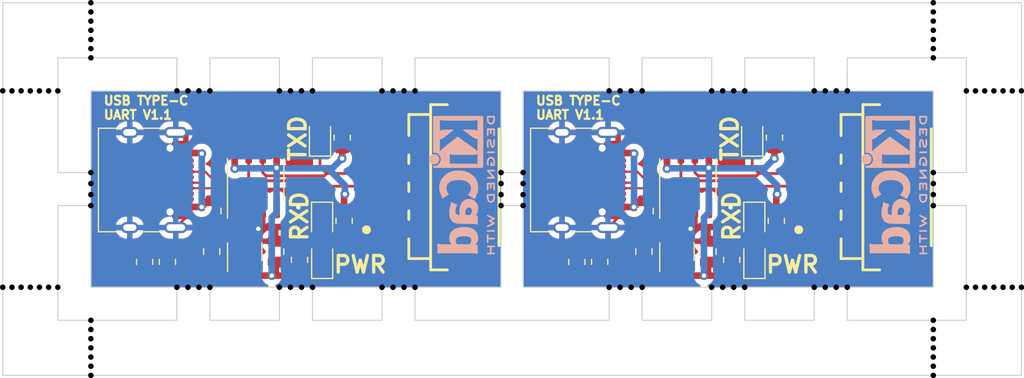
<source format=kicad_pcb>
(kicad_pcb (version 20221018) (generator pcbnew)
  (layers (0 "F.Cu" signal) (31 "B.Cu" signal) (34 "B.Paste" user) (35 "F.Paste" user) (36 "B.SilkS" user "B.Silkscreen") (37 "F.SilkS" user "F.Silkscreen") (38 "B.Mask" user) (39 "F.Mask" user) (44 "Edge.Cuts" user))
  (net 0 "")
  (net 1 "Board_0-+3V3")
  (net 2 "Board_0-+5V")
  (net 3 "Board_0-/CC1")
  (net 4 "Board_0-/CC2")
  (net 5 "Board_0-/RXD")
  (net 6 "Board_0-/TXD")
  (net 7 "Board_0-/USBD+")
  (net 8 "Board_0-/USBD-")
  (net 9 "Board_0-/~{RTS}")
  (net 10 "Board_0-GND")
  (net 11 "Board_0-Net-(D1-A)")
  (net 12 "Board_0-Net-(D2-A)")
  (net 13 "Board_0-Net-(D3-A)")
  (net 14 "Board_0-Net-(F1-Pad1)")
  (net 15 "Board_0-unconnected-(J1-SBU1-PadA8)")
  (net 16 "Board_0-unconnected-(J1-SBU2-PadB8)")
  (net 17 "Board_0-unconnected-(J2-Pin_4-Pad4)")
  (net 18 "Board_1-+3V3")
  (net 19 "Board_1-+5V")
  (net 20 "Board_1-/CC1")
  (net 21 "Board_1-/CC2")
  (net 22 "Board_1-/RXD")
  (net 23 "Board_1-/TXD")
  (net 24 "Board_1-/USBD+")
  (net 25 "Board_1-/USBD-")
  (net 26 "Board_1-/~{RTS}")
  (net 27 "Board_1-GND")
  (net 28 "Board_1-Net-(D1-A)")
  (net 29 "Board_1-Net-(D2-A)")
  (net 30 "Board_1-Net-(D3-A)")
  (net 31 "Board_1-Net-(F1-Pad1)")
  (net 32 "Board_1-unconnected-(J1-SBU1-PadA8)")
  (net 33 "Board_1-unconnected-(J1-SBU2-PadB8)")
  (net 34 "Board_1-unconnected-(J2-Pin_4-Pad4)")
  (footprint "NPTH" (layer "F.Cu") (at 120.07 28)
    (fp_text reference "REF**" hide)
    (fp_text value "NPTH" hide)
  )
  (footprint "NPTH" (layer "F.Cu") (at 105.593334 28)
    (fp_text reference "REF**" hide)
    (fp_text value "NPTH" hide)
  )
  (footprint "NPTH" (layer "F.Cu") (at 130.38 28)
    (fp_text reference "REF**" hide)
    (fp_text value "NPTH" hide)
  )
  (footprint "NPTH" (layer "F.Cu") (at 176.93 45.83)
    (fp_text reference "REF**" hide)
    (fp_text value "NPTH" hide)
  )
  (footprint "NPTH" (layer "F.Cu") (at 189.74 45.83)
    (fp_text reference "REF**" hide)
    (fp_text value "NPTH" hide)
  )
  (footprint "NPTH" (layer "F.Cu") (at 147.5 36.415)
    (fp_text reference "REF**" hide)
    (fp_text value "NPTH" hide)
  )
  (footprint "NPTH" (layer "F.Cu") (at 193.906666 45.83)
    (fp_text reference "REF**" hide)
    (fp_text value "NPTH" hide)
  )
  (footprint "NPTH" (layer "F.Cu") (at 166.62 28)
    (fp_text reference "REF**" hide)
    (fp_text value "NPTH" hide)
  )
  (footprint "NPTH" (layer "F.Cu") (at 121.07 28)
    (fp_text reference "REF**" hide)
    (fp_text value "NPTH" hide)
  )
  (footprint "Fuse:Fuse_0805_2012Metric" (layer "F.Cu") (at 121.36 38.91 -90)
    (fp_text reference "F1" hide)
    (fp_text value "Fuse")
  )
  (footprint "Fuse:Fuse_0805_2012Metric" (layer "F.Cu") (at 160.6 38.91 -90)
    (fp_text reference "F1" hide)
    (fp_text value "Fuse")
  )
  (footprint "NPTH" (layer "F.Cu") (at 110.26 36.415)
    (fp_text reference "REF**" hide)
    (fp_text value "NPTH" hide)
  )
  (footprint "NPTH" (layer "F.Cu") (at 106.426667 28)
    (fp_text reference "REF**" hide)
    (fp_text value "NPTH" hide)
  )
  (footprint "NPTH" (layer "F.Cu") (at 168.62 45.83)
    (fp_text reference "REF**" hide)
    (fp_text value "NPTH" hide)
  )
  (footprint "NPTH" (layer "F.Cu") (at 128.38 28)
    (fp_text reference "REF**" hide)
    (fp_text value "NPTH" hide)
  )
  (footprint "NPTH" (layer "F.Cu") (at 110.26 50.496666)
    (fp_text reference "REF**" hide)
    (fp_text value "NPTH" hide)
  )
  (footprint "NPTH" (layer "F.Cu") (at 138.69 45.83)
    (fp_text reference "REF**" hide)
    (fp_text value "NPTH" hide)
  )
  (footprint "NPTH" (layer "F.Cu") (at 186.74 20)
    (fp_text reference "REF**" hide)
    (fp_text value "NPTH" hide)
  )
  (footprint "NPTH" (layer "F.Cu") (at 119.07 45.83)
    (fp_text reference "REF**" hide)
    (fp_text value "NPTH" hide)
  )
  (footprint "NPTH" (layer "F.Cu") (at 110.26 49.663333)
    (fp_text reference "REF**" hide)
    (fp_text value "NPTH" hide)
  )
  (footprint "NPTH" (layer "F.Cu") (at 102.26 28)
    (fp_text reference "REF**" hide)
    (fp_text value "NPTH" hide)
  )
  (footprint "NPTH" (layer "F.Cu") (at 193.906666 28)
    (fp_text reference "REF**" hide)
    (fp_text value "NPTH" hide)
  )
  (footprint "NPTH" (layer "F.Cu") (at 168.62 28)
    (fp_text reference "REF**" hide)
    (fp_text value "NPTH" hide)
  )
  (footprint "NPTH" (layer "F.Cu") (at 186.74 22.5)
    (fp_text reference "REF**" hide)
    (fp_text value "NPTH" hide)
  )
  (footprint "NPTH" (layer "F.Cu") (at 149.5 38.415)
    (fp_text reference "REF**" hide)
    (fp_text value "NPTH" hide)
  )
  (footprint "NPTH" (layer "F.Cu") (at 186.74 24.166667)
    (fp_text reference "REF**" hide)
    (fp_text value "NPTH" hide)
  )
  (footprint "NPTH" (layer "F.Cu") (at 118.07 28)
    (fp_text reference "REF**" hide)
    (fp_text value "NPTH" hide)
  )
  (footprint "NPTH" (layer "F.Cu") (at 169.62 28)
    (fp_text reference "REF**" hide)
    (fp_text value "NPTH" hide)
  )
  (footprint "Resistor_SMD:R_0805_2012Metric" (layer "F.Cu") (at 172.32 32.2415 -90)
    (fp_text reference "R3" hide)
    (fp_text value "1k")
  )
  (footprint "Resistor_SMD:R_0805_2012Metric" (layer "F.Cu") (at 133.08 32.2415 -90)
    (fp_text reference "R3" hide)
    (fp_text value "1k")
  )
  (footprint "NPTH" (layer "F.Cu") (at 110.26 25)
    (fp_text reference "REF**" hide)
    (fp_text value "NPTH" hide)
  )
  (footprint "NPTH" (layer "F.Cu") (at 121.07 45.83)
    (fp_text reference "REF**" hide)
    (fp_text value "NPTH" hide)
  )
  (footprint "NPTH" (layer "F.Cu") (at 119.07 28)
    (fp_text reference "REF**" hide)
    (fp_text value "NPTH" hide)
  )
  (footprint "NPTH" (layer "F.Cu") (at 189.74 28)
    (fp_text reference "REF**" hide)
    (fp_text value "NPTH" hide)
  )
  (footprint "NPTH" (layer "F.Cu") (at 103.926667 28)
    (fp_text reference "REF**" hide)
    (fp_text value "NPTH" hide)
  )
  (footprint "NPTH" (layer "F.Cu") (at 136.69 28)
    (fp_text reference "REF**" hide)
    (fp_text value "NPTH" hide)
  )
  (footprint "NPTH" (layer "F.Cu") (at 186.74 48.83)
    (fp_text reference "REF**" hide)
    (fp_text value "NPTH" hide)
  )
  (footprint "NPTH" (layer "F.Cu") (at 110.26 37.415)
    (fp_text reference "REF**" hide)
    (fp_text value "NPTH" hide)
  )
  (footprint "NPTH" (layer "F.Cu") (at 137.69 45.83)
    (fp_text reference "REF**" hide)
    (fp_text value "NPTH" hide)
  )
  (footprint "NPTH" (layer "F.Cu") (at 104.76 28)
    (fp_text reference "REF**" hide)
    (fp_text value "NPTH" hide)
  )
  (footprint "NPTH" (layer "F.Cu") (at 194.74 28)
    (fp_text reference "REF**" hide)
    (fp_text value "NPTH" hide)
  )
  (footprint "NPTH" (layer "F.Cu") (at 147.5 35.415)
    (fp_text reference "REF**" hide)
    (fp_text value "NPTH" hide)
  )
  (footprint "NPTH" (layer "F.Cu") (at 167.62 28)
    (fp_text reference "REF**" hide)
    (fp_text value "NPTH" hide)
  )
  (footprint "NPTH" (layer "F.Cu") (at 139.69 45.83)
    (fp_text reference "REF**" hide)
    (fp_text value "NPTH" hide)
  )
  (footprint "NPTH" (layer "F.Cu") (at 103.926667 45.83)
    (fp_text reference "REF**" hide)
    (fp_text value "NPTH" hide)
  )
  (footprint "LED_SMD:LED_0805_2012Metric" (layer "F.Cu") (at 131.25 39.79 -90)
    (fp_text reference "D2" hide)
    (fp_text value "RX")
  )
  (footprint "LED_SMD:LED_0805_2012Metric" (layer "F.Cu") (at 170.49 39.79 -90)
    (fp_text reference "D2" hide)
    (fp_text value "RX")
  )
  (footprint "NPTH" (layer "F.Cu") (at 129.38 45.83)
    (fp_text reference "REF**" hide)
    (fp_text value "NPTH" hide)
  )
  (footprint "NPTH" (layer "F.Cu") (at 157.31 45.83)
    (fp_text reference "REF**" hide)
    (fp_text value "NPTH" hide)
  )
  (footprint "NPTH" (layer "F.Cu") (at 129.38 28)
    (fp_text reference "REF**" hide)
    (fp_text value "NPTH" hide)
  )
  (footprint "NPTH" (layer "F.Cu") (at 128.38 45.83)
    (fp_text reference "REF**" hide)
    (fp_text value "NPTH" hide)
  )
  (footprint "Connector_USB:USB_C_Receptacle_HRO_TYPE-C-31-M-12" (layer "F.Cu") (at 114.84 36.09 -90)
    (fp_text reference "J1" hide)
    (fp_text value "USB_C_Receptacle_USB2.0")
  )
  (footprint "Connector_USB:USB_C_Receptacle_HRO_TYPE-C-31-M-12" (layer "F.Cu") (at 154.08 36.09 -90)
    (fp_text reference "J1" hide)
    (fp_text value "USB_C_Receptacle_USB2.0")
  )
  (footprint "NPTH" (layer "F.Cu") (at 110.26 38.415)
    (fp_text reference "REF**" hide)
    (fp_text value "NPTH" hide)
  )
  (footprint "NPTH" (layer "F.Cu") (at 139.69 28)
    (fp_text reference "REF**" hide)
    (fp_text value "NPTH" hide)
  )
  (footprint "Capacitor_SMD:C_0805_2012Metric" (layer "F.Cu") (at 121.23 42.59 -90)
    (fp_text reference "C1" hide)
    (fp_text value "0.1uF")
  )
  (footprint "Capacitor_SMD:C_0805_2012Metric" (layer "F.Cu") (at 160.47 42.59 -90)
    (fp_text reference "C1" hide)
    (fp_text value "0.1uF")
  )
  (footprint "NPTH" (layer "F.Cu") (at 167.62 45.83)
    (fp_text reference "REF**" hide)
    (fp_text value "NPTH" hide)
  )
  (footprint "NPTH" (layer "F.Cu") (at 102.26 45.83)
    (fp_text reference "REF**" hide)
    (fp_text value "NPTH" hide)
  )
  (footprint "NPTH" (layer "F.Cu") (at 186.74 37.415)
    (fp_text reference "REF**" hide)
    (fp_text value "NPTH" hide)
  )
  (footprint "NPTH" (layer "F.Cu") (at 130.38 45.83)
    (fp_text reference "REF**" hide)
    (fp_text value "NPTH" hide)
  )
  (footprint "NPTH" (layer "F.Cu") (at 110.26 20.833334)
    (fp_text reference "REF**" hide)
    (fp_text value "NPTH" hide)
  )
  (footprint "NPTH" (layer "F.Cu") (at 107.26 28)
    (fp_text reference "REF**" hide)
    (fp_text value "NPTH" hide)
  )
  (footprint "NPTH" (layer "F.Cu") (at 177.93 28)
    (fp_text reference "REF**" hide)
    (fp_text value "NPTH" hide)
  )
  (footprint "NPTH" (layer "F.Cu") (at 191.406666 28)
    (fp_text reference "REF**" hide)
    (fp_text value "NPTH" hide)
  )
  (footprint "NPTH" (layer "F.Cu") (at 157.31 28)
    (fp_text reference "REF**" hide)
    (fp_text value "NPTH" hide)
  )
  (footprint "NPTH" (layer "F.Cu") (at 110.26 52.163333)
    (fp_text reference "REF**" hide)
    (fp_text value "NPTH" hide)
  )
  (footprint "NPTH" (layer "F.Cu") (at 186.74 51.33)
    (fp_text reference "REF**" hide)
    (fp_text value "NPTH" hide)
  )
  (footprint "NPTH" (layer "F.Cu") (at 159.31 45.83)
    (fp_text reference "REF**" hide)
    (fp_text value "NPTH" hide)
  )
  (footprint "NPTH" (layer "F.Cu") (at 110.26 53.83)
    (fp_text reference "REF**" hide)
    (fp_text value "NPTH" hide)
  )
  (footprint "NPTH" (layer "F.Cu") (at 176.93 28)
    (fp_text reference "REF**" hide)
    (fp_text value "NPTH" hide)
  )
  (footprint "NPTH" (layer "F.Cu") (at 194.74 45.83)
    (fp_text reference "REF**" hide)
    (fp_text value "NPTH" hide)
  )
  (footprint "NPTH" (layer "F.Cu") (at 103.093334 45.83)
    (fp_text reference "REF**" hide)
    (fp_text value "NPTH" hide)
  )
  (footprint "NPTH" (layer "F.Cu") (at 110.26 35.415)
    (fp_text reference "REF**" hide)
    (fp_text value "NPTH" hide)
  )
  (footprint "NPTH" (layer "F.Cu") (at 193.073333 28)
    (fp_text reference "REF**" hide)
    (fp_text value "NPTH" hide)
  )
  (footprint "NPTH" (layer "F.Cu") (at 186.74 49.663333)
    (fp_text reference "REF**" hide)
    (fp_text value "NPTH" hide)
  )
  (footprint "NPTH" (layer "F.Cu") (at 120.07 45.83)
    (fp_text reference "REF**" hide)
    (fp_text value "NPTH" hide)
  )
  (footprint "Resistor_SMD:R_0805_2012Metric" (layer "F.Cu") (at 156.45 43.5225 90)
    (fp_text reference "R4" hide)
    (fp_text value "5K1")
  )
  (footprint "Resistor_SMD:R_0805_2012Metric" (layer "F.Cu") (at 117.21 43.5225 90)
    (fp_text reference "R4" hide)
    (fp_text value "5K1")
  )
  (footprint "NPTH" (layer "F.Cu") (at 138.69 28)
    (fp_text reference "REF**" hide)
    (fp_text value "NPTH" hide)
  )
  (footprint "NPTH" (layer "F.Cu") (at 192.24 28)
    (fp_text reference "REF**" hide)
    (fp_text value "NPTH" hide)
  )
  (footprint "NPTH" (layer "F.Cu") (at 186.74 53.83)
    (fp_text reference "REF**" hide)
    (fp_text value "NPTH" hide)
  )
  (footprint "NPTH" (layer "F.Cu") (at 160.31 45.83)
    (fp_text reference "REF**" hide)
    (fp_text value "NPTH" hide)
  )
  (footprint "NPTH" (layer "F.Cu") (at 110.26 20)
    (fp_text reference "REF**" hide)
    (fp_text value "NPTH" hide)
  )
  (footprint "NPTH" (layer "F.Cu") (at 186.74 52.163333)
    (fp_text reference "REF**" hide)
    (fp_text value "NPTH" hide)
  )
  (footprint "NPTH" (layer "F.Cu") (at 178.93 45.83)
    (fp_text reference "REF**" hide)
    (fp_text value "NPTH" hide)
  )
  (footprint "NPTH" (layer "F.Cu") (at 186.74 52.996666)
    (fp_text reference "REF**" hide)
    (fp_text value "NPTH" hide)
  )
  (footprint "NPTH" (layer "F.Cu") (at 127.38 45.83)
    (fp_text reference "REF**" hide)
    (fp_text value "NPTH" hide)
  )
  (footprint "NPTH" (layer "F.Cu") (at 104.76 45.83)
    (fp_text reference "REF**" hide)
    (fp_text value "NPTH" hide)
  )
  (footprint "NPTH" (layer "F.Cu") (at 147.5 38.415)
    (fp_text reference "REF**" hide)
    (fp_text value "NPTH" hide)
  )
  (footprint "NPTH" (layer "F.Cu") (at 186.74 38.415)
    (fp_text reference "REF**" hide)
    (fp_text value "NPTH" hide)
  )
  (footprint "NPTH" (layer "F.Cu") (at 110.26 48.83)
    (fp_text reference "REF**" hide)
    (fp_text value "NPTH" hide)
  )
  (footprint "NPTH" (layer "F.Cu") (at 186.74 36.415)
    (fp_text reference "REF**" hide)
    (fp_text value "NPTH" hide)
  )
  (footprint "NPTH" (layer "F.Cu") (at 105.593334 45.83)
    (fp_text reference "REF**" hide)
    (fp_text value "NPTH" hide)
  )
  (footprint "NPTH" (layer "F.Cu") (at 110.26 23.333334)
    (fp_text reference "REF**" hide)
    (fp_text value "NPTH" hide)
  )
  (footprint "Package_SO:SOIC-8_3.9x4.9mm_P1.27mm" (layer "F.Cu") (at 125.22 36.11 90)
    (fp_text reference "U2" hide)
    (fp_text value "CH340N")
  )
  (footprint "Package_SO:SOIC-8_3.9x4.9mm_P1.27mm" (layer "F.Cu") (at 164.46 36.11 90)
    (fp_text reference "U2" hide)
    (fp_text value "CH340N")
  )
  (footprint "NPTH" (layer "F.Cu") (at 186.74 20.833334)
    (fp_text reference "REF**" hide)
    (fp_text value "NPTH" hide)
  )
  (footprint "NPTH" (layer "F.Cu") (at 175.93 28)
    (fp_text reference "REF**" hide)
    (fp_text value "NPTH" hide)
  )
  (footprint "NPTH" (layer "F.Cu") (at 127.38 28)
    (fp_text reference "REF**" hide)
    (fp_text value "NPTH" hide)
  )
  (footprint "NPTH" (layer "F.Cu") (at 175.93 45.83)
    (fp_text reference "REF**" hide)
    (fp_text value "NPTH" hide)
  )
  (footprint "NPTH" (layer "F.Cu") (at 136.69 45.83)
    (fp_text reference "REF**" hide)
    (fp_text value "NPTH" hide)
  )
  (footprint "NPTH" (layer "F.Cu") (at 166.62 45.83)
    (fp_text reference "REF**" hide)
    (fp_text value "NPTH" hide)
  )
  (footprint "NPTH" (layer "F.Cu") (at 193.073333 45.83)
    (fp_text reference "REF**" hide)
    (fp_text value "NPTH" hide)
  )
  (footprint "Resistor_SMD:R_0805_2012Metric" (layer "F.Cu") (at 154.38 43.53 90)
    (fp_text reference "R5" hide)
    (fp_text value "5K1")
  )
  (footprint "Resistor_SMD:R_0805_2012Metric" (layer "F.Cu") (at 115.14 43.53 90)
    (fp_text reference "R5" hide)
    (fp_text value "5K1")
  )
  (footprint "NPTH" (layer "F.Cu") (at 147.5 37.415)
    (fp_text reference "REF**" hide)
    (fp_text value "NPTH" hide)
  )
  (footprint "NPTH" (layer "F.Cu") (at 190.573333 45.83)
    (fp_text reference "REF**" hide)
    (fp_text value "NPTH" hide)
  )
  (footprint "NPTH" (layer "F.Cu") (at 103.093334 28)
    (fp_text reference "REF**" hide)
    (fp_text value "NPTH" hide)
  )
  (footprint "NPTH" (layer "F.Cu") (at 159.31 28)
    (fp_text reference "REF**" hide)
    (fp_text value "NPTH" hide)
  )
  (footprint "Package_TO_SOT_SMD:SOT-23-3" (layer "F.Cu") (at 163.466666 42.6 90)
    (fp_text reference "U1" hide)
    (fp_text value "XC6206PxxxMR")
  )
  (footprint "Package_TO_SOT_SMD:SOT-23-3" (layer "F.Cu") (at 124.226666 42.6 90)
    (fp_text reference "U1" hide)
    (fp_text value "XC6206PxxxMR")
  )
  (footprint "NPTH" (layer "F.Cu") (at 106.426667 45.83)
    (fp_text reference "REF**" hide)
    (fp_text value "NPTH" hide)
  )
  (footprint "NPTH" (layer "F.Cu") (at 186.74 23.333334)
    (fp_text reference "REF**" hide)
    (fp_text value "NPTH" hide)
  )
  (footprint "NPTH" (layer "F.Cu") (at 149.5 37.415)
    (fp_text reference "REF**" hide)
    (fp_text value "NPTH" hide)
  )
  (footprint "NPTH" (layer "F.Cu") (at 149.5 35.415)
    (fp_text reference "REF**" hide)
    (fp_text value "NPTH" hide)
  )
  (footprint "NPTH" (layer "F.Cu") (at 186.74 25)
    (fp_text reference "REF**" hide)
    (fp_text value "NPTH" hide)
  )
  (footprint "NPTH" (layer "F.Cu") (at 186.74 35.415)
    (fp_text reference "REF**" hide)
    (fp_text value "NPTH" hide)
  )
  (footprint "NPTH" (layer "F.Cu") (at 158.31 28)
    (fp_text reference "REF**" hide)
    (fp_text value "NPTH" hide)
  )
  (footprint "NPTH" (layer "F.Cu") (at 160.31 28)
    (fp_text reference "REF**" hide)
    (fp_text value "NPTH" hide)
  )
  (footprint "MY-Connector_JST:JST_PH_S4B-XH-SM4-TB_1x04-1MP_P2.50mm_Horizontal" (layer "F.Cu") (at 186.69 45.41 90)
    (fp_text reference "J2" hide)
    (fp_text value "Conn_01x04_MountingPin" hide)
  )
  (footprint "MY-Connector_JST:JST_PH_S4B-XH-SM4-TB_1x04-1MP_P2.50mm_Horizontal" (layer "F.Cu") (at 147.45 45.41 90)
    (fp_text reference "J2" hide)
    (fp_text value "Conn_01x04_MountingPin" hide)
  )
  (footprint "NPTH" (layer "F.Cu") (at 178.93 28)
    (fp_text reference "REF**" hide)
    (fp_text value "NPTH" hide)
  )
  (footprint "NPTH" (layer "F.Cu") (at 118.07 45.83)
    (fp_text reference "REF**" hide)
    (fp_text value "NPTH" hide)
  )
  (footprint "NPTH" (layer "F.Cu") (at 110.26 21.666667)
    (fp_text reference "REF**" hide)
    (fp_text value "NPTH" hide)
  )
  (footprint "NPTH" (layer "F.Cu") (at 149.5 36.415)
    (fp_text reference "REF**" hide)
    (fp_text value "NPTH" hide)
  )
  (footprint "NPTH" (layer "F.Cu") (at 190.573333 28)
    (fp_text reference "REF**" hide)
    (fp_text value "NPTH" hide)
  )
  (footprint "Capacitor_SMD:C_0805_2012Metric" (layer "F.Cu") (at 127.043334 42.6 90)
    (fp_text reference "C2" hide)
    (fp_text value "0.1uF")
  )
  (footprint "Capacitor_SMD:C_0805_2012Metric" (layer "F.Cu") (at 166.283334 42.6 90)
    (fp_text reference "C2" hide)
    (fp_text value "0.1uF")
  )
  (footprint "NPTH" (layer "F.Cu") (at 177.93 45.83)
    (fp_text reference "REF**" hide)
    (fp_text value "NPTH" hide)
  )
  (footprint "NPTH" (layer "F.Cu") (at 169.62 45.83)
    (fp_text reference "REF**" hide)
    (fp_text value "NPTH" hide)
  )
  (footprint "Resistor_SMD:R_0805_2012Metric" (layer "F.Cu") (at 129.2 43.3325 -90)
    (fp_text reference "R1" hide)
    (fp_text value "1k")
  )
  (footprint "Resistor_SMD:R_0805_2012Metric" (layer "F.Cu") (at 168.44 43.3325 -90)
    (fp_text reference "R1" hide)
    (fp_text value "1k")
  )
  (footprint "NPTH" (layer "F.Cu") (at 158.31 45.83)
    (fp_text reference "REF**" hide)
    (fp_text value "NPTH" hide)
  )
  (footprint "NPTH" (layer "F.Cu") (at 110.26 22.5)
    (fp_text reference "REF**" hide)
    (fp_text value "NPTH" hide)
  )
  (footprint "NPTH" (layer "F.Cu") (at 191.406666 45.83)
    (fp_text reference "REF**" hide)
    (fp_text value "NPTH" hide)
  )
  (footprint "NPTH" (layer "F.Cu") (at 186.74 21.666667)
    (fp_text reference "REF**" hide)
    (fp_text value "NPTH" hide)
  )
  (footprint "NPTH" (layer "F.Cu") (at 107.26 45.83)
    (fp_text reference "REF**" hide)
    (fp_text value "NPTH" hide)
  )
  (footprint "LED_SMD:LED_0805_2012Metric" (layer "F.Cu") (at 170.3 32.2375 90)
    (fp_text reference "D3" hide)
    (fp_text value "TX")
  )
  (footprint "LED_SMD:LED_0805_2012Metric" (layer "F.Cu") (at 131.06 32.2375 90)
    (fp_text reference "D3" hide)
    (fp_text value "TX")
  )
  (footprint "NPTH" (layer "F.Cu") (at 186.74 50.496666)
    (fp_text reference "REF**" hide)
    (fp_text value "NPTH" hide)
  )
  (footprint "NPTH" (layer "F.Cu") (at 110.26 24.166667)
    (fp_text reference "REF**" hide)
    (fp_text value "NPTH" hide)
  )
  (footprint "Resistor_SMD:R_0805_2012Metric" (layer "F.Cu") (at 172.49 39.7975 90)
    (fp_text reference "R2" hide)
    (fp_text value "1k")
  )
  (footprint "Resistor_SMD:R_0805_2012Metric" (layer "F.Cu") (at 133.25 39.7975 90)
    (fp_text reference "R2" hide)
    (fp_text value "1k")
  )
  (footprint "NPTH" (layer "F.Cu") (at 137.69 28)
    (fp_text reference "REF**" hide)
    (fp_text value "NPTH" hide)
  )
  (footprint "NPTH" (layer "F.Cu") (at 192.24 45.83)
    (fp_text reference "REF**" hide)
    (fp_text value "NPTH" hide)
  )
  (footprint "NPTH" (layer "F.Cu") (at 110.26 52.996666)
    (fp_text reference "REF**" hide)
    (fp_text value "NPTH" hide)
  )
  (footprint "LED_SMD:LED_0805_2012Metric" (layer "F.Cu") (at 170.5 43.345 90)
    (fp_text reference "D1" hide)
    (fp_text value "PWR")
  )
  (footprint "LED_SMD:LED_0805_2012Metric" (layer "F.Cu") (at 131.26 43.345 90)
    (fp_text reference "D1" hide)
    (fp_text value "PWR")
  )
  (footprint "NPTH" (layer "F.Cu") (at 110.26 51.33)
    (fp_text reference "REF**" hide)
    (fp_text value "NPTH" hide)
  )
  (footprint "Symbol:KiCad-Logo2_5mm_SilkScreen" (layer "B.Cu") (at 143.94 36.55 -90)
    (fp_text reference "REF**" hide)
    (fp_text value "KiCad-Logo2_5mm_SilkScreen" hide)
  )
  (footprint "Symbol:KiCad-Logo2_5mm_SilkScreen" (layer "B.Cu") (at 183.18 36.55 -90)
    (fp_text reference "REF**" hide)
    (fp_text value "KiCad-Logo2_5mm_SilkScreen" hide)
  )
  (gr_line (start 136.69 48.83) (end 130.38 48.83) (stroke (width 0.1)) (layer "Edge.Cuts"))
  (gr_line (start 189.74 48.83) (end 178.93 48.83) (stroke (width 0.1)) (layer "Edge.Cuts"))
  (gr_line (start 110.26 38.415) (end 110.26 45.83) (stroke (width 0.1)) (layer "Edge.Cuts"))
  (gr_line (start 178.93 48.83) (end 178.93 45.83) (stroke (width 0.1)) (layer "Edge.Cuts"))
  (gr_line (start 130.38 45.83) (end 136.69 45.83) (stroke (width 0.1)) (layer "Edge.Cuts"))
  (gr_line (start 149.5 35.415) (end 148.5 35.415) (stroke (width 0.1)) (layer "Edge.Cuts"))
  (gr_line (start 148.5 35.415) (end 147.5 35.415) (stroke (width 0.1)) (layer "Edge.Cuts"))
  (gr_line (start 136.69 45.83) (end 136.69 48.83) (stroke (width 0.1)) (layer "Edge.Cuts"))
  (gr_line (start 121.07 25) (end 127.38 25) (stroke (width 0.1)) (layer "Edge.Cuts"))
  (gr_line (start 186.74 35.415) (end 186.74 28) (stroke (width 0.1)) (layer "Edge.Cuts"))
  (gr_line (start 178.93 28) (end 178.93 25) (stroke (width 0.1)) (layer "Edge.Cuts"))
  (gr_line (start 157.31 48.83) (end 139.69 48.83) (stroke (width 0.1)) (layer "Edge.Cuts"))
  (gr_line (start 160.31 48.83) (end 160.31 45.83) (stroke (width 0.1)) (layer "Edge.Cuts"))
  (gr_line (start 107.26 48.83) (end 107.26 38.415) (stroke (width 0.1)) (layer "Edge.Cuts"))
  (gr_line (start 175.93 28) (end 175.93 28) (stroke (width 0.1)) (layer "Edge.Cuts"))
  (gr_line (start 166.62 48.83) (end 160.31 48.83) (stroke (width 0.1)) (layer "Edge.Cuts"))
  (gr_line (start 130.38 25) (end 136.69 25) (stroke (width 0.1)) (layer "Edge.Cuts"))
  (gr_line (start 102.26 53.83) (end 194.74 53.83) (stroke (width 0.1)) (layer "Edge.Cuts"))
  (gr_line (start 102.26 53.83) (end 102.26 53.83) (stroke (width 0.1)) (layer "Edge.Cuts"))
  (gr_line (start 147.5 38.415) (end 148.5 38.415) (stroke (width 0.1)) (layer "Edge.Cuts"))
  (gr_line (start 160.31 25) (end 166.62 25) (stroke (width 0.1)) (layer "Edge.Cuts"))
  (gr_line (start 121.07 48.83) (end 121.07 45.83) (stroke (width 0.1)) (layer "Edge.Cuts"))
  (gr_line (start 127.38 25) (end 127.38 28) (stroke (width 0.1)) (layer "Edge.Cuts"))
  (gr_line (start 121.07 45.83) (end 121.07 45.83) (stroke (width 0.1)) (layer "Edge.Cuts"))
  (gr_line (start 160.31 45.83) (end 166.62 45.83) (stroke (width 0.1)) (layer "Edge.Cuts"))
  (gr_line (start 178.93 45.83) (end 186.74 45.83) (stroke (width 0.1)) (layer "Edge.Cuts"))
  (gr_line (start 186.74 38.415) (end 189.74 38.415) (stroke (width 0.1)) (layer "Edge.Cuts"))
  (gr_line (start 127.38 48.83) (end 121.07 48.83) (stroke (width 0.1)) (layer "Edge.Cuts"))
  (gr_line (start 169.62 45.83) (end 169.62 45.83) (stroke (width 0.1)) (layer "Edge.Cuts"))
  (gr_line (start 186.74 45.83) (end 186.74 38.415) (stroke (width 0.1)) (layer "Edge.Cuts"))
  (gr_line (start 175.93 28) (end 169.62 28) (stroke (width 0.1)) (layer "Edge.Cuts"))
  (gr_line (start 121.07 28) (end 121.07 25) (stroke (width 0.1)) (layer "Edge.Cuts"))
  (gr_line (start 147.5 28) (end 139.69 28) (stroke (width 0.1)) (layer "Edge.Cuts"))
  (gr_line (start 157.31 28) (end 157.31 28) (stroke (width 0.1)) (layer "Edge.Cuts"))
  (gr_line (start 186.74 28) (end 178.93 28) (stroke (width 0.1)) (layer "Edge.Cuts"))
  (gr_line (start 110.26 45.83) (end 118.07 45.83) (stroke (width 0.1)) (layer "Edge.Cuts"))
  (gr_line (start 107.26 35.415) (end 107.26 25) (stroke (width 0.1)) (layer "Edge.Cuts"))
  (gr_line (start 157.31 28) (end 149.5 28) (stroke (width 0.1)) (layer "Edge.Cuts"))
  (gr_line (start 148.5 38.415) (end 149.5 38.415) (stroke (width 0.1)) (layer "Edge.Cuts"))
  (gr_line (start 160.31 28) (end 160.31 25) (stroke (width 0.1)) (layer "Edge.Cuts"))
  (gr_line (start 189.74 35.415) (end 186.74 35.415) (stroke (width 0.1)) (layer "Edge.Cuts"))
  (gr_line (start 102.26 20) (end 102.26 53.83) (stroke (width 0.1)) (layer "Edge.Cuts"))
  (gr_line (start 166.62 25) (end 166.62 28) (stroke (width 0.1)) (layer "Edge.Cuts"))
  (gr_line (start 118.07 25) (end 118.07 28) (stroke (width 0.1)) (layer "Edge.Cuts"))
  (gr_line (start 139.69 48.83) (end 139.69 45.83) (stroke (width 0.1)) (layer "Edge.Cuts"))
  (gr_line (start 147.5 35.415) (end 147.5 28) (stroke (width 0.1)) (layer "Edge.Cuts"))
  (gr_line (start 139.69 45.83) (end 147.5 45.83) (stroke (width 0.1)) (layer "Edge.Cuts"))
  (gr_line (start 175.93 45.83) (end 175.93 48.83) (stroke (width 0.1)) (layer "Edge.Cuts"))
  (gr_line (start 136.69 28) (end 136.69 28) (stroke (width 0.1)) (layer "Edge.Cuts"))
  (gr_line (start 136.69 28) (end 130.38 28) (stroke (width 0.1)) (layer "Edge.Cuts"))
  (gr_line (start 186.74 35.415) (end 186.74 35.415) (stroke (width 0.1)) (layer "Edge.Cuts"))
  (gr_line (start 157.31 25) (end 157.31 28) (stroke (width 0.1)) (layer "Edge.Cuts"))
  (gr_line (start 118.07 45.83) (end 118.07 48.83) (stroke (width 0.1)) (layer "Edge.Cuts"))
  (gr_line (start 127.38 28) (end 127.38 28) (stroke (width 0.1)) (layer "Edge.Cuts"))
  (gr_line (start 149.5 45.83) (end 157.31 45.83) (stroke (width 0.1)) (layer "Edge.Cuts"))
  (gr_line (start 178.93 45.83) (end 178.93 45.83) (stroke (width 0.1)) (layer "Edge.Cuts"))
  (gr_line (start 130.38 28) (end 130.38 25) (stroke (width 0.1)) (layer "Edge.Cuts"))
  (gr_line (start 157.31 45.83) (end 157.31 48.83) (stroke (width 0.1)) (layer "Edge.Cuts"))
  (gr_line (start 118.07 48.83) (end 107.26 48.83) (stroke (width 0.1)) (layer "Edge.Cuts"))
  (gr_line (start 130.38 48.83) (end 130.38 45.83) (stroke (width 0.1)) (layer "Edge.Cuts"))
  (gr_line (start 139.69 28) (end 139.69 25) (stroke (width 0.1)) (layer "Edge.Cuts"))
  (gr_line (start 189.74 25) (end 189.74 35.415) (stroke (width 0.1)) (layer "Edge.Cuts"))
  (gr_line (start 166.62 28) (end 166.62 28) (stroke (width 0.1)) (layer "Edge.Cuts"))
  (gr_line (start 147.5 45.83) (end 147.5 38.415) (stroke (width 0.1)) (layer "Edge.Cuts"))
  (gr_line (start 110.26 28) (end 110.26 28) (stroke (width 0.1)) (layer "Edge.Cuts"))
  (gr_line (start 110.26 35.415) (end 107.26 35.415) (stroke (width 0.1)) (layer "Edge.Cuts"))
  (gr_line (start 118.07 28) (end 110.26 28) (stroke (width 0.1)) (layer "Edge.Cuts"))
  (gr_line (start 110.26 38.415) (end 110.26 38.415) (stroke (width 0.1)) (layer "Edge.Cuts"))
  (gr_line (start 189.74 38.415) (end 189.74 48.83) (stroke (width 0.1)) (layer "Edge.Cuts"))
  (gr_line (start 127.38 28) (end 121.07 28) (stroke (width 0.1)) (layer "Edge.Cuts"))
  (gr_line (start 121.07 45.83) (end 127.38 45.83) (stroke (width 0.1)) (layer "Edge.Cuts"))
  (gr_line (start 194.74 20) (end 102.26 20) (stroke (width 0.1)) (layer "Edge.Cuts"))
  (gr_line (start 178.93 25) (end 189.74 25) (stroke (width 0.1)) (layer "Edge.Cuts"))
  (gr_line (start 149.5 28) (end 149.5 35.415) (stroke (width 0.1)) (layer "Edge.Cuts"))
  (gr_line (start 175.93 48.83) (end 169.62 48.83) (stroke (width 0.1)) (layer "Edge.Cuts"))
  (gr_line (start 139.69 25) (end 157.31 25) (stroke (width 0.1)) (layer "Edge.Cuts"))
  (gr_line (start 175.93 25) (end 175.93 28) (stroke (width 0.1)) (layer "Edge.Cuts"))
  (gr_line (start 160.31 45.83) (end 160.31 45.83) (stroke (width 0.1)) (layer "Edge.Cuts"))
  (gr_line (start 169.62 28) (end 169.62 25) (stroke (width 0.1)) (layer "Edge.Cuts"))
  (gr_line (start 107.26 38.415) (end 110.26 38.415) (stroke (width 0.1)) (layer "Edge.Cuts"))
  (gr_line (start 107.26 25) (end 118.07 25) (stroke (width 0.1)) (layer "Edge.Cuts"))
  (gr_line (start 169.62 48.83) (end 169.62 45.83) (stroke (width 0.1)) (layer "Edge.Cuts"))
  (gr_line (start 149.5 38.415) (end 149.5 45.83) (stroke (width 0.1)) (layer "Edge.Cuts"))
  (gr_line (start 166.62 28) (end 160.31 28) (stroke (width 0.1)) (layer "Edge.Cuts"))
  (gr_line (start 136.69 25) (end 136.69 28) (stroke (width 0.1)) (layer "Edge.Cuts"))
  (gr_line (start 110.26 28) (end 110.26 35.415) (stroke (width 0.1)) (layer "Edge.Cuts"))
  (gr_line (start 194.74 53.83) (end 194.74 20) (stroke (width 0.1)) (layer "Edge.Cuts"))
  (gr_line (start 130.38 45.83) (end 130.38 45.83) (stroke (width 0.1)) (layer "Edge.Cuts"))
  (gr_line (start 127.38 45.83) (end 127.38 48.83) (stroke (width 0.1)) (layer "Edge.Cuts"))
  (gr_line (start 169.62 45.83) (end 175.93 45.83) (stroke (width 0.1)) (layer "Edge.Cuts"))
  (gr_line (start 169.62 25) (end 175.93 25) (stroke (width 0.1)) (layer "Edge.Cuts"))
  (gr_line (start 166.62 45.83) (end 166.62 48.83) (stroke (width 0.1)) (layer "Edge.Cuts"))
  (gr_line (start 139.69 45.83) (end 139.69 45.83) (stroke (width 0.1)) (layer "Edge.Cuts"))
  (gr_text "USB TYPE-C\nUART V1.1" (at 111.33 29.53) (layer "F.SilkS") (effects (font (size 0.8 0.8) (thickness 0.2) bold) (justify left)))
  (gr_text "USB TYPE-C\nUART V1.1" (at 150.57 29.53) (layer "F.SilkS") (effects (font (size 0.8 0.8) (thickness 0.2) bold) (justify left)))
  (gr_text "TXD" (at 129.03 32.32 90) (layer "F.SilkS") (effects (font (size 1.5 1.5) (thickness 0.3))))
  (gr_text "TXD" (at 168.27 32.32 90) (layer "F.SilkS") (effects (font (size 1.5 1.5) (thickness 0.3))))
  (gr_text "PWR" (at 173.96 43.77) (layer "F.SilkS") (effects (font (size 1.5 1.5) (thickness 0.3))))
  (gr_text "PWR" (at 134.72 43.77) (layer "F.SilkS") (effects (font (size 1.5 1.5) (thickness 0.3))))
  (gr_text "RXD" (at 168.44 39.39 90) (layer "F.SilkS") (effects (font (size 1.5 1.5) (thickness 0.3))))
  (gr_text "RXD" (at 129.2 39.39 90) (layer "F.SilkS") (effects (font (size 1.5 1.5) (thickness 0.3))))
  (segment (start 123.32 35.06) (end 123.32 33.64) (width 0.6) (layer "F.Cu") (net 1))
  (segment (start 123.32 33.64) (end 123.315 33.635) (width 0.6) (layer "F.Cu") (net 1))
  (segment (start 127.125 33.635) (end 127.125 34.980999) (width 0.6) (layer "F.Cu") (net 1))
  (segment (start 133.08 34.13) (end 133.07 34.14) (width 0.6) (layer "F.Cu") (net 1))
  (segment (start 133.25 38.885) (end 133.25 37.45) (width 0.6) (layer "F.Cu") (net 1))
  (segment (start 133.08 33.154) (end 133.08 34.13) (width 0.6) (layer "F.Cu") (net 1))
  (segment (start 125.176666 43.7375) (end 125.176666 44.466666) (width 0.6) (layer "F.Cu") (net 1))
  (segment (start 125.176666 44.466666) (end 125.48 44.77) (width 0.6) (layer "F.Cu") (net 1))
  (segment (start 127.043334 43.55) (end 127.043334 44.406666) (width 0.6) (layer "F.Cu") (net 1))
  (segment (start 127.125 34.980999) (end 127.12 34.985999) (width 0.6) (layer "F.Cu") (net 1))
  (segment (start 133.25 37.45) (end 133.32 37.38) (width 0.6) (layer "F.Cu") (net 1))
  (segment (start 127.043334 44.406666) (end 126.68 44.77) (width 0.6) (layer "F.Cu") (net 1))
  (segment (start 126.68 44.77) (end 128.675 44.77) (width 0.6) (layer "F.Cu") (net 1))
  (segment (start 128.675 44.77) (end 129.2 44.245) (width 0.6) (layer "F.Cu") (net 1))
  (segment (start 125.48 44.77) (end 126.68 44.77) (width 0.6) (layer "F.Cu") (net 1))
  (via (at 133.07 34.14) (size 0.8) (drill 0.4) (layers "F.Cu" "B.Cu") (net 1))
  (via (at 133.32 37.38) (size 0.8) (drill 0.4) (layers "F.Cu" "B.Cu") (net 1))
  (via (at 127.12 34.985999) (size 0.8) (drill 0.4) (layers "F.Cu" "B.Cu") (net 1))
  (via (at 123.32 35.06) (size 0.8) (drill 0.4) (layers "F.Cu" "B.Cu") (net 1))
  (via (at 126.68 44.77) (size 0.8) (drill 0.4) (layers "F.Cu" "B.Cu") (net 1))
  (segment (start 126.68 44.77) (end 126.68 39.5) (width 0.6) (layer "B.Cu") (net 1))
  (segment (start 123.32 35.06) (end 123.35 35.03) (width 0.6) (layer "B.Cu") (net 1))
  (segment (start 132.18 35.03) (end 131.78 35.03) (width 0.6) (layer "B.Cu") (net 1))
  (segment (start 123.35 35.03) (end 127.075999 35.03) (width 0.6) (layer "B.Cu") (net 1))
  (segment (start 127.12 39.06) (end 127.12 34.985999) (width 0.6) (layer "B.Cu") (net 1))
  (segment (start 131.78 35.03) (end 127.164001 35.03) (width 0.6) (layer "B.Cu") (net 1))
  (segment (start 126.68 39.5) (end 127.12 39.06) (width 0.6) (layer "B.Cu") (net 1))
  (segment (start 133.32 37.38) (end 133.32 36.57) (width 0.6) (layer "B.Cu") (net 1))
  (segment (start 133.32 36.57) (end 131.78 35.03) (width 0.6) (layer "B.Cu") (net 1))
  (segment (start 127.164001 35.03) (end 127.12 34.985999) (width 0.6) (layer "B.Cu") (net 1))
  (segment (start 133.07 34.14) (end 132.18 35.03) (width 0.6) (layer "B.Cu") (net 1))
  (segment (start 127.075999 35.03) (end 127.12 34.985999) (width 0.6) (layer "B.Cu") (net 1))
  (segment (start 121.36 39.8475) (end 121.36 40.81) (width 0.6) (layer "F.Cu") (net 2))
  (segment (start 123.84 40.52) (end 121.65 40.52) (width 0.6) (layer "F.Cu") (net 2))
  (segment (start 124.226666 40.906666) (end 123.84 40.52) (width 0.6) (layer "F.Cu") (net 2))
  (segment (start 121.65 40.52) (end 121.36 40.81) (width 0.6) (layer "F.Cu") (net 2))
  (segment (start 121.36 41.51) (end 121.23 41.64) (width 0.6) (layer "F.Cu") (net 2))
  (segment (start 121.36 40.81) (end 121.36 41.51) (width 0.6) (layer "F.Cu") (net 2))
  (segment (start 124.226666 41.4625) (end 124.226666 40.906666) (width 0.6) (layer "F.Cu") (net 2))
  (segment (start 116.14 34.84) (end 118.885 34.84) (width 0.25) (layer "F.Cu") (net 3))
  (segment (start 115.14 42.6175) (end 115.14 35.84) (width 0.25) (layer "F.Cu") (net 3))
  (segment (start 115.14 35.84) (end 116.14 34.84) (width 0.25) (layer "F.Cu") (net 3))
  (segment (start 117.21 42.11) (end 116.75 41.65) (width 0.25) (layer "F.Cu") (net 4))
  (segment (start 116.69 37.84) (end 118.885 37.84) (width 0.25) (layer "F.Cu") (net 4))
  (segment (start 117.21 42.61) (end 117.21 42.11) (width 0.25) (layer "F.Cu") (net 4))
  (segment (start 116.07 41.18) (end 116.07 38.46) (width 0.25) (layer "F.Cu") (net 4))
  (segment (start 116.07 38.46) (end 116.69 37.84) (width 0.25) (layer "F.Cu") (net 4))
  (segment (start 116.75 41.65) (end 116.54 41.65) (width 0.25) (layer "F.Cu") (net 4))
  (segment (start 116.54 41.65) (end 116.07 41.18) (width 0.25) (layer "F.Cu") (net 4))
  (segment (start 138.108 37.9986) (end 135.5686 37.9986) (width 0.25) (layer "F.Cu") (net 5))
  (segment (start 131 37.43) (end 129.73 36.16) (width 0.25) (layer "F.Cu") (net 5))
  (segment (start 129.73 36.16) (end 124.88 36.16) (width 0.25) (layer "F.Cu") (net 5))
  (segment (start 131 38.6025) (end 131.25 38.8525) (width 0.25) (layer "F.Cu") (net 5))
  (segment (start 124.585 35.865) (end 124.585 33.635) (width 0.25) (layer "F.Cu") (net 5))
  (segment (start 131.7745 36.6555) (end 131 37.43) (width 0.25) (layer "F.Cu") (net 5))
  (segment (start 135.5686 37.9986) (end 134.2255 36.6555) (width 0.25) (layer "F.Cu") (net 5))
  (segment (start 134.2255 36.6555) (end 131.7745 36.6555) (width 0.25) (layer "F.Cu") (net 5))
  (segment (start 131 37.7) (end 131 38.6025) (width 0.25) (layer "F.Cu") (net 5))
  (segment (start 124.88 36.16) (end 124.585 35.865) (width 0.25) (layer "F.Cu") (net 5))
  (segment (start 131 37.43) (end 131 37.7) (width 0.25) (layer "F.Cu") (net 5))
  (segment (start 131.459501 35.710499) (end 126.150499 35.710499) (width 0.25) (layer "F.Cu") (net 6))
  (segment (start 125.855 35.415) (end 125.855 33.635) (width 0.25) (layer "F.Cu") (net 6))
  (segment (start 126.150499 35.710499) (end 125.855 35.415) (width 0.25) (layer "F.Cu") (net 6))
  (segment (start 131.06 34.8872) (end 131.6714 35.4986) (width 0.25) (layer "F.Cu") (net 6))
  (segment (start 131.06 33.175) (end 131.06 34.8872) (width 0.25) (layer "F.Cu") (net 6))
  (segment (start 138.108 35.4986) (end 131.6714 35.4986) (width 0.25) (layer "F.Cu") (net 6))
  (segment (start 131.6714 35.4986) (end 131.459501 35.710499) (width 0.25) (layer "F.Cu") (net 6))
  (segment (start 117.87 35.84) (end 118.885 35.84) (width 0.2) (layer "F.Cu") (net 7))
  (segment (start 118.885 36.84) (end 117.58 36.84) (width 0.2) (layer "F.Cu") (net 7))
  (segment (start 117.42 36.29) (end 117.87 35.84) (width 0.2) (layer "F.Cu") (net 7))
  (segment (start 123.315 37.425) (end 122.73 36.84) (width 0.2) (layer "F.Cu") (net 7))
  (segment (start 117.42 36.68) (end 117.42 36.29) (width 0.2) (layer "F.Cu") (net 7))
  (segment (start 123.315 38.585) (end 123.315 37.425) (width 0.2) (layer "F.Cu") (net 7))
  (segment (start 122.73 36.84) (end 118.885 36.84) (width 0.2) (layer "F.Cu") (net 7))
  (segment (start 117.58 36.84) (end 117.42 36.68) (width 0.2) (layer "F.Cu") (net 7))
  (segment (start 124.585 37.335) (end 123.34 36.09) (width 0.2) (layer "F.Cu") (net 8))
  (segment (start 118.885 36.34) (end 120.1 36.34) (width 0.2) (layer "F.Cu") (net 8))
  (segment (start 120.64 35.34) (end 120.11 35.34) (width 0.2) (layer "F.Cu") (net 8))
  (segment (start 120.27 36.17) (end 120.27 35.5) (width 0.2) (layer "F.Cu") (net 8))
  (segment (start 120.11 35.34) (end 118.885 35.34) (width 0.2) (layer "F.Cu") (net 8))
  (segment (start 120.27 35.5) (end 120.11 35.34) (width 0.2) (layer "F.Cu") (net 8))
  (segment (start 123.34 36.09) (end 121.39 36.09) (width 0.2) (layer "F.Cu") (net 8))
  (segment (start 124.585 38.585) (end 124.585 37.335) (width 0.2) (layer "F.Cu") (net 8))
  (segment (start 121.39 36.09) (end 120.64 35.34) (width 0.2) (layer "F.Cu") (net 8))
  (segment (start 120.1 36.34) (end 120.27 36.17) (width 0.2) (layer "F.Cu") (net 8))
  (segment (start 118.885 39.495) (end 117.97 40.41) (width 0.25) (layer "F.Cu") (net 10))
  (segment (start 118.885 39.34) (end 118.885 39.495) (width 0.25) (layer "F.Cu") (net 10))
  (via (at 125.46 40.52) (size 0.8) (drill 0.4) (layers "F.Cu" "B.Cu") (net 10))
  (via (at 129.1 38.58) (size 0.8) (drill 0.4) (layers "F.Cu" "B.Cu") (net 10))
  (segment (start 129.2125 42.4075) (end 129.2 42.42) (width 0.25) (layer "F.Cu") (net 11))
  (segment (start 131.26 42.4075) (end 129.2125 42.4075) (width 0.25) (layer "F.Cu") (net 11))
  (segment (start 133.25 40.71) (end 131.2675 40.71) (width 0.25) (layer "F.Cu") (net 12))
  (segment (start 131.2675 40.71) (end 131.25 40.7275) (width 0.25) (layer "F.Cu") (net 12))
  (segment (start 133.051 31.3) (end 133.08 31.329) (width 0.25) (layer "F.Cu") (net 13))
  (segment (start 131.06 31.3) (end 133.051 31.3) (width 0.25) (layer "F.Cu") (net 13))
  (segment (start 118.885 33.64) (end 120.27 33.64) (width 0.6) (layer "F.Cu") (net 14))
  (segment (start 120.8875 37.9725) (end 121.36 37.9725) (width 0.6) (layer "F.Cu") (net 14))
  (segment (start 120.27 33.64) (end 120.33 33.7) (width 0.6) (layer "F.Cu") (net 14))
  (segment (start 120.32 38.54) (end 120.8875 37.9725) (width 0.6) (layer "F.Cu") (net 14))
  (segment (start 118.885 38.54) (end 120.32 38.54) (width 0.6) (layer "F.Cu") (net 14))
  (via (at 120.32 38.54) (size 0.8) (drill 0.4) (layers "F.Cu" "B.Cu") (net 14))
  (via (at 120.33 33.7) (size 0.8) (drill 0.4) (layers "F.Cu" "B.Cu") (net 14))
  (segment (start 120.33 33.7) (end 120.33 38.53) (width 0.6) (layer "B.Cu") (net 14))
  (segment (start 120.33 38.53) (end 120.32 38.54) (width 0.6) (layer "B.Cu") (net 14))
  (segment (start 162.56 35.06) (end 162.56 33.64) (width 0.6) (layer "F.Cu") (net 18))
  (segment (start 162.56 33.64) (end 162.555 33.635) (width 0.6) (layer "F.Cu") (net 18))
  (segment (start 166.365 33.635) (end 166.365 34.980999) (width 0.6) (layer "F.Cu") (net 18))
  (segment (start 172.32 34.13) (end 172.31 34.14) (width 0.6) (layer "F.Cu") (net 18))
  (segment (start 172.49 38.885) (end 172.49 37.45) (width 0.6) (layer "F.Cu") (net 18))
  (segment (start 172.32 33.154) (end 172.32 34.13) (width 0.6) (layer "F.Cu") (net 18))
  (segment (start 164.416666 43.7375) (end 164.416666 44.466666) (width 0.6) (layer "F.Cu") (net 18))
  (segment (start 164.416666 44.466666) (end 164.72 44.77) (width 0.6) (layer "F.Cu") (net 18))
  (segment (start 166.283334 43.55) (end 166.283334 44.406666) (width 0.6) (layer "F.Cu") (net 18))
  (segment (start 166.365 34.980999) (end 166.36 34.985999) (width 0.6) (layer "F.Cu") (net 18))
  (segment (start 172.49 37.45) (end 172.56 37.38) (width 0.6) (layer "F.Cu") (net 18))
  (segment (start 166.283334 44.406666) (end 165.92 44.77) (width 0.6) (layer "F.Cu") (net 18))
  (segment (start 165.92 44.77) (end 167.915 44.77) (width 0.6) (layer "F.Cu") (net 18))
  (segment (start 167.915 44.77) (end 168.44 44.245) (width 0.6) (layer "F.Cu") (net 18))
  (segment (start 164.72 44.77) (end 165.92 44.77) (width 0.6) (layer "F.Cu") (net 18))
  (via (at 172.31 34.14) (size 0.8) (drill 0.4) (layers "F.Cu" "B.Cu") (net 18))
  (via (at 172.56 37.38) (size 0.8) (drill 0.4) (layers "F.Cu" "B.Cu") (net 18))
  (via (at 166.36 34.985999) (size 0.8) (drill 0.4) (layers "F.Cu" "B.Cu") (net 18))
  (via (at 162.56 35.06) (size 0.8) (drill 0.4) (layers "F.Cu" "B.Cu") (net 18))
  (via (at 165.92 44.77) (size 0.8) (drill 0.4) (layers "F.Cu" "B.Cu") (net 18))
  (segment (start 165.92 44.77) (end 165.92 39.5) (width 0.6) (layer "B.Cu") (net 18))
  (segment (start 162.56 35.06) (end 162.59 35.03) (width 0.6) (layer "B.Cu") (net 18))
  (segment (start 171.42 35.03) (end 171.02 35.03) (width 0.6) (layer "B.Cu") (net 18))
  (segment (start 162.59 35.03) (end 166.315999 35.03) (width 0.6) (layer "B.Cu") (net 18))
  (segment (start 166.36 39.06) (end 166.36 34.985999) (width 0.6) (layer "B.Cu") (net 18))
  (segment (start 171.02 35.03) (end 166.404001 35.03) (width 0.6) (layer "B.Cu") (net 18))
  (segment (start 165.92 39.5) (end 166.36 39.06) (width 0.6) (layer "B.Cu") (net 18))
  (segment (start 172.56 37.38) (end 172.56 36.57) (width 0.6) (layer "B.Cu") (net 18))
  (segment (start 172.56 36.57) (end 171.02 35.03) (width 0.6) (layer "B.Cu") (net 18))
  (segment (start 166.404001 35.03) (end 166.36 34.985999) (width 0.6) (layer "B.Cu") (net 18))
  (segment (start 172.31 34.14) (end 171.42 35.03) (width 0.6) (layer "B.Cu") (net 18))
  (segment (start 166.315999 35.03) (end 166.36 34.985999) (width 0.6) (layer "B.Cu") (net 18))
  (segment (start 160.6 39.8475) (end 160.6 40.81) (width 0.6) (layer "F.Cu") (net 19))
  (segment (start 163.08 40.52) (end 160.89 40.52) (width 0.6) (layer "F.Cu") (net 19))
  (segment (start 163.466666 40.906666) (end 163.08 40.52) (width 0.6) (layer "F.Cu") (net 19))
  (segment (start 160.89 40.52) (end 160.6 40.81) (width 0.6) (layer "F.Cu") (net 19))
  (segment (start 160.6 41.51) (end 160.47 41.64) (width 0.6) (layer "F.Cu") (net 19))
  (segment (start 160.6 40.81) (end 160.6 41.51) (width 0.6) (layer "F.Cu") (net 19))
  (segment (start 163.466666 41.4625) (end 163.466666 40.906666) (width 0.6) (layer "F.Cu") (net 19))
  (segment (start 155.38 34.84) (end 158.125 34.84) (width 0.25) (layer "F.Cu") (net 20))
  (segment (start 154.38 42.6175) (end 154.38 35.84) (width 0.25) (layer "F.Cu") (net 20))
  (segment (start 154.38 35.84) (end 155.38 34.84) (width 0.25) (layer "F.Cu") (net 20))
  (segment (start 156.45 42.11) (end 155.99 41.65) (width 0.25) (layer "F.Cu") (net 21))
  (segment (start 155.93 37.84) (end 158.125 37.84) (width 0.25) (layer "F.Cu") (net 21))
  (segment (start 156.45 42.61) (end 156.45 42.11) (width 0.25) (layer "F.Cu") (net 21))
  (segment (start 155.31 41.18) (end 155.31 38.46) (width 0.25) (layer "F.Cu") (net 21))
  (segment (start 155.31 38.46) (end 155.93 37.84) (width 0.25) (layer "F.Cu") (net 21))
  (segment (start 155.99 41.65) (end 155.78 41.65) (width 0.25) (layer "F.Cu") (net 21))
  (segment (start 155.78 41.65) (end 155.31 41.18) (width 0.25) (layer "F.Cu") (net 21))
  (segment (start 177.348 37.9986) (end 174.8086 37.9986) (width 0.25) (layer "F.Cu") (net 22))
  (segment (start 170.24 37.43) (end 168.97 36.16) (width 0.25) (layer "F.Cu") (net 22))
  (segment (start 168.97 36.16) (end 164.12 36.16) (width 0.25) (layer "F.Cu") (net 22))
  (segment (start 170.24 38.6025) (end 170.49 38.8525) (width 0.25) (layer "F.Cu") (net 22))
  (segment (start 163.825 35.865) (end 163.825 33.635) (width 0.25) (layer "F.Cu") (net 22))
  (segment (start 171.0145 36.6555) (end 170.24 37.43) (width 0.25) (layer "F.Cu") (net 22))
  (segment (start 174.8086 37.9986) (end 173.4655 36.6555) (width 0.25) (layer "F.Cu") (net 22))
  (segment (start 173.4655 36.6555) (end 171.0145 36.6555) (width 0.25) (layer "F.Cu") (net 22))
  (segment (start 170.24 37.7) (end 170.24 38.6025) (width 0.25) (layer "F.Cu") (net 22))
  (segment (start 164.12 36.16) (end 163.825 35.865) (width 0.25) (layer "F.Cu") (net 22))
  (segment (start 170.24 37.43) (end 170.24 37.7) (width 0.25) (layer "F.Cu") (net 22))
  (segment (start 170.699501 35.710499) (end 165.390499 35.710499) (width 0.25) (layer "F.Cu") (net 23))
  (segment (start 165.095 35.415) (end 165.095 33.635) (width 0.25) (layer "F.Cu") (net 23))
  (segment (start 165.390499 35.710499) (end 165.095 35.415) (width 0.25) (layer "F.Cu") (net 23))
  (segment (start 170.3 34.8872) (end 170.9114 35.4986) (width 0.25) (layer "F.Cu") (net 23))
  (segment (start 170.3 33.175) (end 170.3 34.8872) (width 0.25) (layer "F.Cu") (net 23))
  (segment (start 177.348 35.4986) (end 170.9114 35.4986) (width 0.25) (layer "F.Cu") (net 23))
  (segment (start 170.9114 35.4986) (end 170.699501 35.710499) (width 0.25) (layer "F.Cu") (net 23))
  (segment (start 157.11 35.84) (end 158.125 35.84) (width 0.2) (layer "F.Cu") (net 24))
  (segment (start 158.125 36.84) (end 156.82 36.84) (width 0.2) (layer "F.Cu") (net 24))
  (segment (start 156.66 36.29) (end 157.11 35.84) (width 0.2) (layer "F.Cu") (net 24))
  (segment (start 162.555 37.425) (end 161.97 36.84) (width 0.2) (layer "F.Cu") (net 24))
  (segment (start 156.66 36.68) (end 156.66 36.29) (width 0.2) (layer "F.Cu") (net 24))
  (segment (start 162.555 38.585) (end 162.555 37.425) (width 0.2) (layer "F.Cu") (net 24))
  (segment (start 161.97 36.84) (end 158.125 36.84) (width 0.2) (layer "F.Cu") (net 24))
  (segment (start 156.82 36.84) (end 156.66 36.68) (width 0.2) (layer "F.Cu") (net 24))
  (segment (start 163.825 37.335) (end 162.58 36.09) (width 0.2) (layer "F.Cu") (net 25))
  (segment (start 158.125 36.34) (end 159.34 36.34) (width 0.2) (layer "F.Cu") (net 25))
  (segment (start 159.88 35.34) (end 159.35 35.34) (width 0.2) (layer "F.Cu") (net 25))
  (segment (start 159.51 36.17) (end 159.51 35.5) (width 0.2) (layer "F.Cu") (net 25))
  (segment (start 159.35 35.34) (end 158.125 35.34) (width 0.2) (layer "F.Cu") (net 25))
  (segment (start 159.51 35.5) (end 159.35 35.34) (width 0.2) (layer "F.Cu") (net 25))
  (segment (start 162.58 36.09) (end 160.63 36.09) (width 0.2) (layer "F.Cu") (net 25))
  (segment (start 163.825 38.585) (end 163.825 37.335) (width 0.2) (layer "F.Cu") (net 25))
  (segment (start 160.63 36.09) (end 159.88 35.34) (width 0.2) (layer "F.Cu") (net 25))
  (segment (start 159.34 36.34) (end 159.51 36.17) (width 0.2) (layer "F.Cu") (net 25))
  (segment (start 158.125 39.495) (end 157.21 40.41) (width 0.25) (layer "F.Cu") (net 27))
  (segment (start 158.125 39.34) (end 158.125 39.495) (width 0.25) (layer "F.Cu") (net 27))
  (via (at 164.7 40.52) (size 0.8) (drill 0.4) (layers "F.Cu" "B.Cu") (net 27))
  (via (at 168.34 38.58) (size 0.8) (drill 0.4) (layers "F.Cu" "B.Cu") (net 27))
  (segment (start 168.4525 42.4075) (end 168.44 42.42) (width 0.25) (layer "F.Cu") (net 28))
  (segment (start 170.5 42.4075) (end 168.4525 42.4075) (width 0.25) (layer "F.Cu") (net 28))
  (segment (start 172.49 40.71) (end 170.5075 40.71) (width 0.25) (layer "F.Cu") (net 29))
  (segment (start 170.5075 40.71) (end 170.49 40.7275) (width 0.25) (layer "F.Cu") (net 29))
  (segment (start 172.291 31.3) (end 172.32 31.329) (width 0.25) (layer "F.Cu") (net 30))
  (segment (start 170.3 31.3) (end 172.291 31.3) (width 0.25) (layer "F.Cu") (net 30))
  (segment (start 158.125 33.64) (end 159.51 33.64) (width 0.6) (layer "F.Cu") (net 31))
  (segment (start 160.1275 37.9725) (end 160.6 37.9725) (width 0.6) (layer "F.Cu") (net 31))
  (segment (start 159.51 33.64) (end 159.57 33.7) (width 0.6) (layer "F.Cu") (net 31))
  (segment (start 159.56 38.54) (end 160.1275 37.9725) (width 0.6) (layer "F.Cu") (net 31))
  (segment (start 158.125 38.54) (end 159.56 38.54) (width 0.6) (layer "F.Cu") (net 31))
  (via (at 159.56 38.54) (size 0.8) (drill 0.4) (layers "F.Cu" "B.Cu") (net 31))
  (via (at 159.57 33.7) (size 0.8) (drill 0.4) (layers "F.Cu" "B.Cu") (net 31))
  (segment (start 159.57 33.7) (end 159.57 38.53) (width 0.6) (layer "B.Cu") (net 31))
  (segment (start 159.57 38.53) (end 159.56 38.54) (width 0.6) (layer "B.Cu") (net 31))
  (zone (net 27) (net_name "Board_1-GND") (layers "F&B.Cu") (connect_pads (clearance 0.508)) (min_thickness 0.25) (fill yes (thermal_gap 0.5) (thermal_bridge_width 0.5))
    (polygon (pts (xy 149.5 28) (xy 186.74 28) (xy 186.74 45.83) (xy 149.5 45.83)))
  )
  (zone (net 10) (net_name "Board_0-GND") (layers "F&B.Cu") (connect_pads (clearance 0.508)) (min_thickness 0.25) (fill yes (thermal_gap 0.5) (thermal_bridge_width 0.5))
    (polygon (pts (xy 110.26 28) (xy 147.5 28) (xy 147.5 45.83) (xy 110.26 45.83)))
  )
)
</source>
